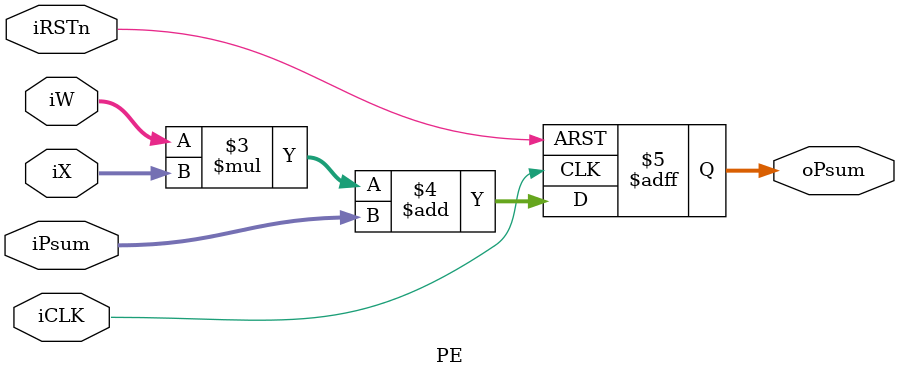
<source format=v>
module PE #(parameter BW1=16, BW2=16)
	   (input iCLK, iRSTn,
	    input signed [7:0] iW,
	    input signed [7:0] iX,
	    input signed [BW1-1:0] iPsum,
	    output reg signed [BW2-1:0] oPsum);


always@(posedge iCLK, negedge iRSTn)
begin
	if(!iRSTn)
	oPsum <=0;
	else 
	oPsum <= iW * iX + iPsum;
end
endmodule




</source>
